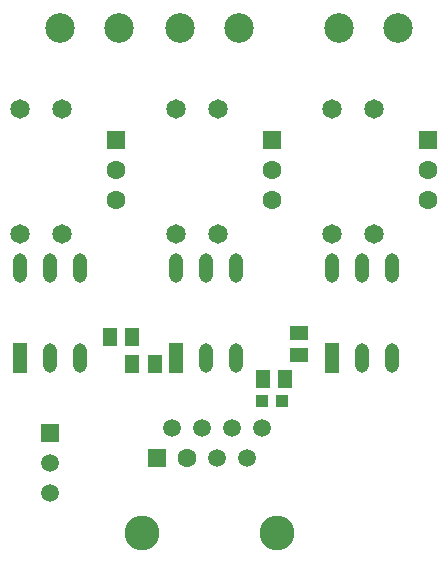
<source format=gbr>
%FSDAX24Y24*%
%MOIN*%
%SFA1B1*%

%IPPOS*%
%ADD10R,0.051200X0.059100*%
%ADD11R,0.059100X0.051200*%
%ADD12R,0.043300X0.039400*%
%ADD15R,0.059100X0.059100*%
%ADD16C,0.059100*%
%ADD17R,0.047200X0.098400*%
%ADD18O,0.047200X0.098400*%
%ADD19C,0.065000*%
%ADD20C,0.098400*%
%ADD21R,0.063000X0.063000*%
%ADD22C,0.063000*%
%ADD23C,0.059100*%
%ADD24R,0.059100X0.059100*%
%ADD25C,0.063000*%
%ADD26C,0.116100*%
%LNde-130418_pads_top-1*%
%LPD*%
G54D10*
X005274Y007600D03*
X004526D03*
X003776Y008500D03*
X004524D03*
X008876Y007100D03*
X009624D03*
G54D11*
X010100Y007876D03*
Y008624D03*
G54D12*
X008865Y006350D03*
X009535D03*
G54D15*
X001800Y005300D03*
G54D16*
X001800Y004300D03*
Y003300D03*
G54D17*
X006000Y007800D03*
X000800D03*
X011200D03*
G54D18*
X007000Y007800D03*
X008000D03*
X006000Y010800D03*
X007000D03*
X008000D03*
X001800Y007800D03*
X002800D03*
X000800Y010800D03*
X001800D03*
X002800D03*
X012200Y007800D03*
X013200D03*
X011200Y010800D03*
X012200D03*
X013200D03*
G54D19*
X012600Y011923D03*
Y016077D03*
X011200Y011923D03*
Y016077D03*
X002200Y011923D03*
Y016077D03*
X000800Y011923D03*
Y016077D03*
X006000Y011923D03*
Y016077D03*
X007400Y011923D03*
Y016077D03*
G54D20*
X011416Y018800D03*
X013384D03*
X006116D03*
X008084D03*
X002116D03*
X004084D03*
G54D21*
X014400Y015060D03*
X009200D03*
X004000D03*
G54D22*
X014400Y014060D03*
Y013060D03*
X009200Y014060D03*
Y013060D03*
X004000Y014060D03*
Y013060D03*
G54D23*
X008850Y005450D03*
X005850D03*
X008350Y004450D03*
X007850Y005450D03*
X006850D03*
X007350Y004450D03*
G54D24*
X005350Y004450D03*
G54D25*
X006350Y004450D03*
G54D26*
X004850Y001950D03*
X009350D03*
M02*
</source>
